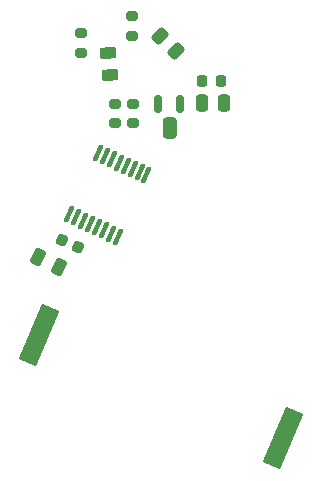
<source format=gbr>
%TF.GenerationSoftware,KiCad,Pcbnew,(6.0.4)*%
%TF.CreationDate,2022-09-08T21:09:09+03:00*%
%TF.ProjectId,purrCat2032,70757272-4361-4743-9230-33322e6b6963,rev?*%
%TF.SameCoordinates,Original*%
%TF.FileFunction,Paste,Bot*%
%TF.FilePolarity,Positive*%
%FSLAX46Y46*%
G04 Gerber Fmt 4.6, Leading zero omitted, Abs format (unit mm)*
G04 Created by KiCad (PCBNEW (6.0.4)) date 2022-09-08 21:09:09*
%MOMM*%
%LPD*%
G01*
G04 APERTURE LIST*
G04 Aperture macros list*
%AMRoundRect*
0 Rectangle with rounded corners*
0 $1 Rounding radius*
0 $2 $3 $4 $5 $6 $7 $8 $9 X,Y pos of 4 corners*
0 Add a 4 corners polygon primitive as box body*
4,1,4,$2,$3,$4,$5,$6,$7,$8,$9,$2,$3,0*
0 Add four circle primitives for the rounded corners*
1,1,$1+$1,$2,$3*
1,1,$1+$1,$4,$5*
1,1,$1+$1,$6,$7*
1,1,$1+$1,$8,$9*
0 Add four rect primitives between the rounded corners*
20,1,$1+$1,$2,$3,$4,$5,0*
20,1,$1+$1,$4,$5,$6,$7,0*
20,1,$1+$1,$6,$7,$8,$9,0*
20,1,$1+$1,$8,$9,$2,$3,0*%
%AMRotRect*
0 Rectangle, with rotation*
0 The origin of the aperture is its center*
0 $1 length*
0 $2 width*
0 $3 Rotation angle, in degrees counterclockwise*
0 Add horizontal line*
21,1,$1,$2,0,0,$3*%
G04 Aperture macros list end*
%ADD10RoundRect,0.150000X-0.150000X0.587500X-0.150000X-0.587500X0.150000X-0.587500X0.150000X0.587500X0*%
%ADD11RoundRect,0.300000X-0.300000X0.600000X-0.300000X-0.600000X0.300000X-0.600000X0.300000X0.600000X0*%
%ADD12RoundRect,0.225000X0.309574X0.131488X-0.098265X0.321666X-0.309574X-0.131488X0.098265X-0.321666X0*%
%ADD13RoundRect,0.243750X-0.494975X-0.150260X-0.150260X-0.494975X0.494975X0.150260X0.150260X0.494975X0*%
%ADD14RoundRect,0.250000X0.250000X0.475000X-0.250000X0.475000X-0.250000X-0.475000X0.250000X-0.475000X0*%
%ADD15RoundRect,0.250000X0.427321X0.324842X-0.025833X0.536151X-0.427321X-0.324842X0.025833X-0.536151X0*%
%ADD16RoundRect,0.200000X-0.275000X0.200000X-0.275000X-0.200000X0.275000X-0.200000X0.275000X0.200000X0*%
%ADD17RotRect,1.600000X5.080000X157.000000*%
%ADD18RoundRect,0.218750X0.218750X0.256250X-0.218750X0.256250X-0.218750X-0.256250X0.218750X-0.256250X0*%
%ADD19RoundRect,0.243750X-0.475758X0.203058X-0.433270X-0.282587X0.475758X-0.203058X0.433270X0.282587X0*%
%ADD20RoundRect,0.200000X0.275000X-0.200000X0.275000X0.200000X-0.275000X0.200000X-0.275000X-0.200000X0*%
%ADD21RoundRect,0.100000X-0.178788X-0.620033X0.360050X0.535509X0.178788X0.620033X-0.360050X-0.535509X0*%
G04 APERTURE END LIST*
D10*
%TO.C,Q1*%
X32324000Y-31796586D03*
X34224000Y-31796586D03*
D11*
X33400000Y-33850000D03*
%TD*%
D12*
%TO.C,C3*%
X25616609Y-43951615D03*
X24211831Y-43296557D03*
%TD*%
D13*
%TO.C,D3*%
X32528504Y-26028370D03*
X33854330Y-27354196D03*
%TD*%
D14*
%TO.C,C2*%
X37964220Y-31750000D03*
X36064220Y-31750000D03*
%TD*%
D15*
%TO.C,C1*%
X23955212Y-45605573D03*
X22233228Y-44802599D03*
%TD*%
D16*
%TO.C,R1*%
X30231318Y-33439564D03*
X30231318Y-31789564D03*
%TD*%
D17*
%TO.C,BT1*%
X42914951Y-60104191D03*
X22295643Y-51351813D03*
%TD*%
D18*
%TO.C,D1*%
X37691720Y-29870000D03*
X36116720Y-29870000D03*
%TD*%
D16*
%TO.C,R4*%
X28690151Y-33435840D03*
X28690151Y-31785840D03*
%TD*%
D19*
%TO.C,D2*%
X28142511Y-27460153D03*
X28305929Y-29328019D03*
%TD*%
D20*
%TO.C,R2*%
X25804220Y-27459086D03*
X25804220Y-25809086D03*
%TD*%
%TO.C,R3*%
X30174220Y-26029086D03*
X30174220Y-24379086D03*
%TD*%
D21*
%TO.C,U1*%
X28966325Y-43059849D03*
X28377225Y-42785147D03*
X27788125Y-42510445D03*
X27199025Y-42235743D03*
X26609925Y-41961041D03*
X26020825Y-41686339D03*
X25431725Y-41411637D03*
X24842625Y-41136935D03*
X27262115Y-35948323D03*
X27851215Y-36223025D03*
X28440315Y-36497727D03*
X29029415Y-36772429D03*
X29618515Y-37047131D03*
X30207615Y-37321833D03*
X30796715Y-37596535D03*
X31385815Y-37871237D03*
%TD*%
M02*

</source>
